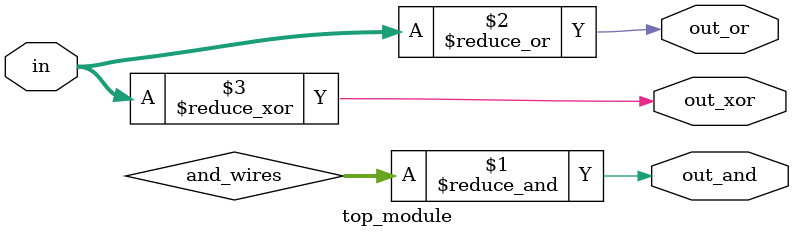
<source format=sv>
module top_module (
    input [99:0] in,
    output out_and,
    output out_or,
    output out_xor
);

    wire [99:0] and_wires;

    assign out_and = &and_wires;
    assign out_or = |in;
    assign out_xor = ^in;

endmodule

</source>
